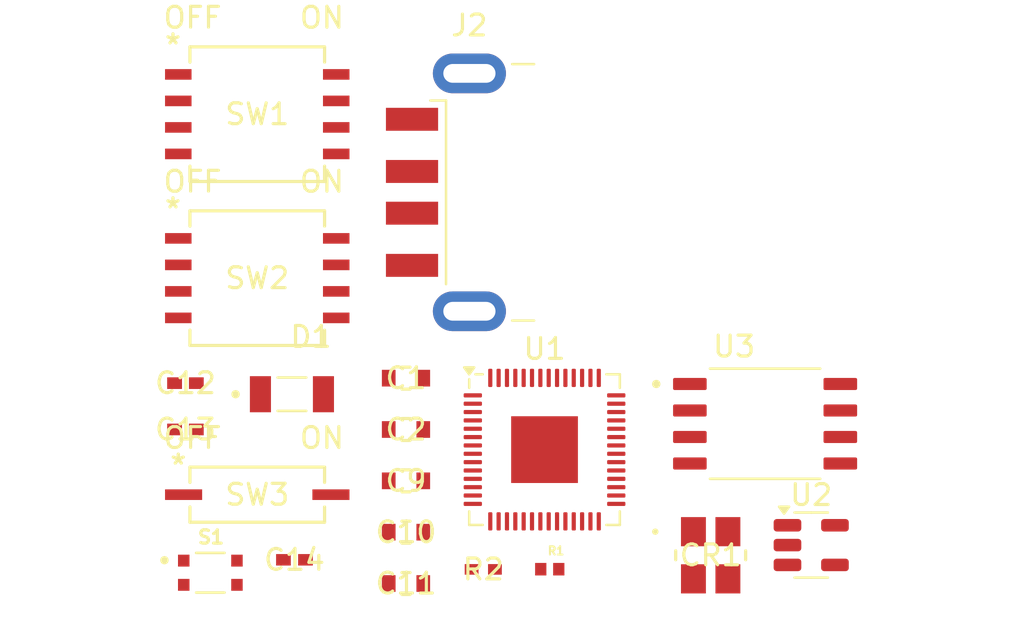
<source format=kicad_pcb>
(kicad_pcb (version 20241229) (generator "pcbnew") (generator_version "9.0")
  (layers (0 "F.Cu" signal) (2 "B.Cu" signal) (13 "F.Paste" user) (15 "B.Paste" user) (5 "F.SilkS" user "F.Silkscreen") (7 "B.SilkS" user "B.Silkscreen") (1 "F.Mask" user) (3 "B.Mask" user) (25 "Edge.Cuts" user))
  (net 0 "")
  (net 1 "Net-(U1-GPIO21)")
  (net 2 "Net-(U1-ADC_AVDD)")
  (net 3 "Net-(U1-GPIO2)")
  (net 6 "Net-(U1-XOUT)")
  (net 7 "Net-(U1-GPIO7)")
  (net 12 "Net-(U1-DVDD-Pad23)")
  (net 13 "Net-(U1-GPIO5)")
  (net 14 "Net-(U1-GPIO19)")
  (net 17 "Net-(U1-GPIO4)")
  (net 20 "Net-(U1-GPIO3)")
  (net 23 "Net-(U1-GPIO18)")
  (net 24 "Net-(U1-GPIO1)")
  (net 25 "Net-(U1-GPIO0)")
  (net 33 "Net-(U1-GPIO8)")
  (net 38 "Net-(U1-GPIO6)")
  (net 42 "Net-(U1-GPIO29_ADC3)")
  (net 44 "Net-(U1-XIN)")
  (net 45 "Net-(U1-GPIO20)")
  (net 47 "Net-(U2-EN)")
  (net 49 "Net-(C2-Pad2)")
  (net 50 "Net-(U3-GND)")
  (net 51 "Net-(S1-Pad1)")
  (net 52 "Net-(D1-Pad+)")
  (net 53 "Net-(J2-GND)")
  (net 54 "Net-(J2-VBUS)")
  (net 56 "Net-(J2-D+)")
  (net 57 "Net-(J2-D-)")
  (footprint "LHN974_RED_LED_1206:LEDC3216X120N" (layer "F.Cu") (at 154.9775 109.82)
    (property "Reference" "D1" (at 0.91 -2.75 0) (layer "F.SilkS"))
    (property "Value" "LHN974_RED_LED_1206")
    (fp_line (start -0.685 -0.8) (end 0.685 -0.8) (stroke (width 0.127)) (layer "F.SilkS"))
    (fp_line (start -0.685 0.8) (end 0.685 0.8) (stroke (width 0.127)) (layer "F.SilkS"))
    (fp_circle (center -2.7 0) (end -2.6 0) (stroke (width 0.2)) (fill no) (layer "F.SilkS"))
    (pad "+" smd rect (at -1.51 0) (size 1.01 1.73) (layers "F.Cu" "F.Mask" "F.Paste") (net 52 "Net-(D1-Pad+)"))
    (pad "-" smd rect (at 1.51 0) (size 1.01 1.73) (layers "F.Cu" "F.Mask" "F.Paste") (net 53 "Net-(J2-GND)"))
  )
  (footprint "miles:RC0402N_YAG" (layer "F.Cu") (at 164.1467 118.2142)
    (property "Reference" "R2" (at 0 0 0) (layer "F.SilkS"))
    (property "Value" "RC0402FR-0710KL")
    (pad "1" smd rect (at -0.5588 0) (size 0.6604 0.508) (layers "F.Cu" "F.Mask" "F.Paste") (net 53 "Net-(J2-GND)"))
    (pad "2" smd rect (at 0.5588 0) (size 0.6604 0.508) (layers "F.Cu" "F.Mask" "F.Paste") (net 47 "Net-(U2-EN)"))
  )
  (footprint "miles:CAP_CL10_SAM" (layer "F.Cu") (at 160.4433 111.5106)
    (property "Reference" "C2" (at 0 0 0) (layer "F.SilkS"))
    (property "Value" "CL10C220JB8NNNC")
    (fp_line (start -0.19245 0.527) (end 0.19245 0.527) (stroke (width 0.1524)) (layer "F.SilkS"))
    (fp_line (start 0.19245 -0.527) (end -0.19245 -0.527) (stroke (width 0.1524)) (layer "F.SilkS"))
    (pad "1" smd rect (at -0.8278 0) (size 0.6556 0.8) (layers "F.Cu" "F.Mask" "F.Paste") (net 6 "Net-(U1-XOUT)"))
    (pad "2" smd rect (at 0.8278 0) (size 0.6556 0.8) (layers "F.Cu" "F.Mask" "F.Paste") (net 49 "Net-(C2-Pad2)"))
  )
  (footprint "USLPT2819DT2TR:SW_USLPT2819DT2TR" (layer "F.Cu") (at 151.0675 118.375)
    (property "Reference" "S1" (at 0.032 -1.7064 0) (layer "F.SilkS") (effects (font (size 0.64 0.64))))
    (property "Value" "USLPT2819DT2TR")
    (fp_line (start -0.68 -0.95) (end 0.68 -0.95) (stroke (width 0.127)) (layer "F.SilkS"))
    (fp_line (start -0.68 0.95) (end 0.68 0.95) (stroke (width 0.127)) (layer "F.SilkS"))
    (fp_circle (center -2.2 -0.6) (end -2.1 -0.6) (stroke (width 0.2)) (fill no) (layer "F.SilkS"))
    (pad "1" smd rect (at -1.275 -0.58) (size 0.55 0.57) (layers "F.Cu" "F.Mask" "F.Paste") (net 51 "Net-(S1-Pad1)"))
    (pad "2" smd rect (at 1.275 -0.58) (size 0.55 0.57) (layers "F.Cu" "F.Mask" "F.Paste") (net 51 "Net-(S1-Pad1)"))
    (pad "3" smd rect (at -1.275 0.58) (size 0.55 0.57) (layers "F.Cu" "F.Mask" "F.Paste") (net 42 "Net-(U1-GPIO29_ADC3)"))
    (pad "4" smd rect (at 1.275 0.58) (size 0.55 0.57) (layers "F.Cu" "F.Mask" "F.Paste") (net 42 "Net-(U1-GPIO29_ADC3)"))
  )
  (footprint "Package_DFN_QFN:QFN-56-1EP_7x7mm_P0.4mm_EP3.2x3.2mm" (layer "F.Cu") (at 167.0825 112.475)
    (property "Reference" "U1" (at 0 -4.83 0) (layer "F.SilkS"))
    (property "Value" "RP2040")
    (fp_line (start -3.61 -2.96) (end -3.61 -3.37) (stroke (width 0.12)) (layer "F.SilkS"))
    (fp_line (start -3.61 3.61) (end -3.61 2.96) (stroke (width 0.12)) (layer "F.SilkS"))
    (fp_line (start -2.96 -3.61) (end -3.31 -3.61) (stroke (width 0.12)) (layer "F.SilkS"))
    (fp_line (start -2.96 3.61) (end -3.61 3.61) (stroke (width 0.12)) (layer "F.SilkS"))
    (fp_line (start 2.96 -3.61) (end 3.61 -3.61) (stroke (width 0.12)) (layer "F.SilkS"))
    (fp_line (start 2.96 3.61) (end 3.61 3.61) (stroke (width 0.12)) (layer "F.SilkS"))
    (fp_line (start 3.61 -3.61) (end 3.61 -2.96) (stroke (width 0.12)) (layer "F.SilkS"))
    (fp_line (start 3.61 3.61) (end 3.61 2.96) (stroke (width 0.12)) (layer "F.SilkS"))
    (fp_poly (pts (xy -3.61 -3.61) (xy -3.85 -3.94) (xy -3.37 -3.94)) (stroke (width 0.12)) (fill yes) (layer "F.SilkS"))
    (pad "1" smd roundrect (at -3.4375 -2.6) (size 0.875 0.2) (layers "F.Cu" "F.Mask" "F.Paste") (net 2 "Net-(U1-ADC_AVDD)"))
    (pad "2" smd roundrect (at -3.4375 -2.2) (size 0.875 0.2) (layers "F.Cu" "F.Mask" "F.Paste") (net 25 "Net-(U1-GPIO0)"))
    (pad "3" smd roundrect (at -3.4375 -1.8) (size 0.875 0.2) (layers "F.Cu" "F.Mask" "F.Paste") (net 24 "Net-(U1-GPIO1)"))
    (pad "4" smd roundrect (at -3.4375 -1.4) (size 0.875 0.2) (layers "F.Cu" "F.Mask" "F.Paste") (net 3 "Net-(U1-GPIO2)"))
    (pad "5" smd roundrect (at -3.4375 -1) (size 0.875 0.2) (layers "F.Cu" "F.Mask" "F.Paste") (net 20 "Net-(U1-GPIO3)"))
    (pad "6" smd roundrect (at -3.4375 -0.6) (size 0.875 0.2) (layers "F.Cu" "F.Mask" "F.Paste") (net 17 "Net-(U1-GPIO4)"))
    (pad "7" smd roundrect (at -3.4375 -0.2) (size 0.875 0.2) (layers "F.Cu" "F.Mask" "F.Paste") (net 13 "Net-(U1-GPIO5)"))
    (pad "8" smd roundrect (at -3.4375 0.2) (size 0.875 0.2) (layers "F.Cu" "F.Mask" "F.Paste") (net 38 "Net-(U1-GPIO6)"))
    (pad "9" smd roundrect (at -3.4375 0.6) (size 0.875 0.2) (layers "F.Cu" "F.Mask" "F.Paste") (net 7 "Net-(U1-GPIO7)"))
    (pad "10" smd roundrect (at -3.4375 1) (size 0.875 0.2) (layers "F.Cu" "F.Mask" "F.Paste") (net 2 "Net-(U1-ADC_AVDD)"))
    (pad "11" smd roundrect (at -3.4375 1.4) (size 0.875 0.2) (layers "F.Cu" "F.Mask" "F.Paste") (net 33 "Net-(U1-GPIO8)"))
    (pad "12" smd roundrect (at -3.4375 1.8) (size 0.875 0.2) (layers "F.Cu" "F.Mask" "F.Paste"))
    (pad "13" smd roundrect (at -3.4375 2.2) (size 0.875 0.2) (layers "F.Cu" "F.Mask" "F.Paste"))
    (pad "14" smd roundrect (at -3.4375 2.6) (size 0.875 0.2) (layers "F.Cu" "F.Mask" "F.Paste"))
    (pad "15" smd roundrect (at -2.6 3.4375) (size 0.2 0.875) (layers "F.Cu" "F.Mask" "F.Paste"))
    (pad "16" smd roundrect (at -2.2 3.4375) (size 0.2 0.875) (layers "F.Cu" "F.Mask" "F.Paste"))
    (pad "17" smd roundrect (at -1.8 3.4375) (size 0.2 0.875) (layers "F.Cu" "F.Mask" "F.Paste"))
    (pad "18" smd roundrect (at -1.4 3.4375) (size 0.2 0.875) (layers "F.Cu" "F.Mask" "F.Paste"))
    (pad "19" smd roundrect (at -1 3.4375) (size 0.2 0.875) (layers "F.Cu" "F.Mask" "F.Paste"))
    (pad "20" smd roundrect (at -0.6 3.4375) (size 0.2 0.875) (layers "F.Cu" "F.Mask" "F.Paste") (net 44 "Net-(U1-XIN)"))
    (pad "21" smd roundrect (at -0.2 3.4375) (size 0.2 0.875) (layers "F.Cu" "F.Mask" "F.Paste") (net 6 "Net-(U1-XOUT)"))
    (pad "22" smd roundrect (at 0.2 3.4375) (size 0.2 0.875) (layers "F.Cu" "F.Mask" "F.Paste") (net 2 "Net-(U1-ADC_AVDD)"))
    (pad "23" smd roundrect (at 0.6 3.4375) (size 0.2 0.875) (layers "F.Cu" "F.Mask" "F.Paste") (net 12 "Net-(U1-DVDD-Pad23)"))
    (pad "24" smd roundrect (at 1 3.4375) (size 0.2 0.875) (layers "F.Cu" "F.Mask" "F.Paste"))
    (pad "25" smd roundrect (at 1.4 3.4375) (size 0.2 0.875) (layers "F.Cu" "F.Mask" "F.Paste"))
    (pad "26" smd roundrect (at 1.8 3.4375) (size 0.2 0.875) (layers "F.Cu" "F.Mask" "F.Paste"))
    (pad "27" smd roundrect (at 2.2 3.4375) (size 0.2 0.875) (layers "F.Cu" "F.Mask" "F.Paste"))
    (pad "28" smd roundrect (at 2.6 3.4375) (size 0.2 0.875) (layers "F.Cu" "F.Mask" "F.Paste"))
    (pad "29" smd roundrect (at 3.4375 2.6) (size 0.875 0.2) (layers "F.Cu" "F.Mask" "F.Paste") (net 23 "Net-(U1-GPIO18)"))
    (pad "30" smd roundrect (at 3.4375 2.2) (size 0.875 0.2) (layers "F.Cu" "F.Mask" "F.Paste") (net 14 "Net-(U1-GPIO19)"))
    (pad "31" smd roundrect (at 3.4375 1.8) (size 0.875 0.2) (layers "F.Cu" "F.Mask" "F.Paste") (net 45 "Net-(U1-GPIO20)"))
    (pad "32" smd roundrect (at 3.4375 1.4) (size 0.875 0.2) (layers "F.Cu" "F.Mask" "F.Paste") (net 1 "Net-(U1-GPIO21)"))
    (pad "33" smd roundrect (at 3.4375 1) (size 0.875 0.2) (layers "F.Cu" "F.Mask" "F.Paste") (net 2 "Net-(U1-ADC_AVDD)"))
    (pad "34" smd roundrect (at 3.4375 0.6) (size 0.875 0.2) (layers "F.Cu" "F.Mask" "F.Paste"))
    (pad "35" smd roundrect (at 3.4375 0.2) (size 0.875 0.2) (layers "F.Cu" "F.Mask" "F.Paste"))
    (pad "36" smd roundrect (at 3.4375 -0.2) (size 0.875 0.2) (layers "F.Cu" "F.Mask" "F.Paste"))
    (pad "37" smd roundrect (at 3.4375 -0.6) (size 0.875 0.2) (layers "F.Cu" "F.Mask" "F.Paste"))
    (pad "38" smd roundrect (at 3.4375 -1) (size 0.875 0.2) (layers "F.Cu" "F.Mask" "F.Paste"))
    (pad "39" smd roundrect (at 3.4375 -1.4) (size 0.875 0.2) (layers "F.Cu" "F.Mask" "F.Paste"))
    (pad "40" smd roundrect (at 3.4375 -1.8) (size 0.875 0.2) (layers "F.Cu" "F.Mask" "F.Paste"))
    (pad "41" smd roundrect (at 3.4375 -2.2) (size 0.875 0.2) (layers "F.Cu" "F.Mask" "F.Paste") (net 42 "Net-(U1-GPIO29_ADC3)"))
    (pad "42" smd roundrect (at 3.4375 -2.6) (size 0.875 0.2) (layers "F.Cu" "F.Mask" "F.Paste") (net 2 "Net-(U1-ADC_AVDD)"))
    (pad "43" smd roundrect (at 2.6 -3.4375) (size 0.2 0.875) (layers "F.Cu" "F.Mask" "F.Paste") (net 2 "Net-(U1-ADC_AVDD)"))
    (pad "44" smd roundrect (at 2.2 -3.4375) (size 0.2 0.875) (layers "F.Cu" "F.Mask" "F.Paste"))
    (pad "45" smd roundrect (at 1.8 -3.4375) (size 0.2 0.875) (layers "F.Cu" "F.Mask" "F.Paste"))
    (pad "46" smd roundrect (at 1.4 -3.4375) (size 0.2 0.875) (layers "F.Cu" "F.Mask" "F.Paste") (net 57 "Net-(J2-D-)"))
    (pad "47" smd roundrect (at 1 -3.4375) (size 0.2 0.875) (layers "F.Cu" "F.Mask" "F.Paste") (net 56 "Net-(J2-D+)"))
    (pad "48" smd roundrect (at 0.6 -3.4375) (size 0.2 0.875) (layers "F.Cu" "F.Mask" "F.Paste") (net 2 "Net-(U1-ADC_AVDD)"))
    (pad "49" smd roundrect (at 0.2 -3.4375) (size 0.2 0.875) (layers "F.Cu" "F.Mask" "F.Paste") (net 2 "Net-(U1-ADC_AVDD)"))
    (pad "50" smd roundrect (at -0.2 -3.4375) (size 0.2 0.875) (layers "F.Cu" "F.Mask" "F.Paste") (net 12 "Net-(U1-DVDD-Pad23)"))
    (pad "51" smd roundrect (at -0.6 -3.4375) (size 0.2 0.875) (layers "F.Cu" "F.Mask" "F.Paste"))
    (pad "52" smd roundrect (at -1 -3.4375) (size 0.2 0.875) (layers "F.Cu" "F.Mask" "F.Paste"))
    (pad "53" smd roundrect (at -1.4 -3.4375) (size 0.2 0.875) (layers "F.Cu" "F.Mask" "F.Paste"))
    (pad "54" smd roundrect (at -1.8 -3.4375) (size 0.2 0.875) (layers "F.Cu" "F.Mask" "F.Paste"))
    (pad "55" smd roundrect (at -2.2 -3.4375) (size 0.2 0.875) (layers "F.Cu" "F.Mask" "F.Paste"))
    (pad "56" smd roundrect (at -2.6 -3.4375) (size 0.2 0.875) (layers "F.Cu" "F.Mask" "F.Paste"))
    (pad "57" smd rect (at 0 0) (size 3.2 3.2) (property pad_prop_heatsink) (layers "F.Cu" "F.Mask") (net 53 "Net-(J2-GND)"))
  )
  (footprint "miles:CAP_CL10_SAM" (layer "F.Cu") (at 160.4433 113.971)
    (property "Reference" "C9" (at 0 0 0) (layer "F.SilkS"))
    (property "Value" "CL10B104KO8NNNC")
    (fp_line (start -0.19245 0.527) (end 0.19245 0.527) (stroke (width 0.1524)) (layer "F.SilkS"))
    (fp_line (start 0.19245 -0.527) (end -0.19245 -0.527) (stroke (width 0.1524)) (layer "F.SilkS"))
    (pad "1" smd rect (at -0.8278 0) (size 0.6556 0.8) (layers "F.Cu" "F.Mask" "F.Paste") (net 50 "Net-(U3-GND)"))
    (pad "2" smd rect (at 0.8278 0) (size 0.6556 0.8) (layers "F.Cu" "F.Mask" "F.Paste") (net 2 "Net-(U1-ADC_AVDD)"))
  )
  (footprint "miles:CAP_GRM_155_MUR" (layer "F.Cu") (at 149.874 111.5088)
    (property "Reference" "C13" (at 0 0 0) (layer "F.SilkS"))
    (property "Value" "GRM155R71C104KA88D")
    (pad "1" smd rect (at -0.5207 0) (size 0.7112 0.5588) (layers "F.Cu" "F.Mask" "F.Paste") (net 2 "Net-(U1-ADC_AVDD)"))
    (pad "2" smd rect (at 0.5207 0) (size 0.7112 0.5588) (layers "F.Cu" "F.Mask" "F.Paste") (net 53 "Net-(J2-GND)"))
  )
  (footprint "miles:CAP_CL10_SAM" (layer "F.Cu") (at 160.4433 109.0502)
    (property "Reference" "C1" (at 0 0 0) (layer "F.SilkS"))
    (property "Value" "CL10C220JB8NNNC")
    (fp_line (start -0.19245 0.527) (end 0.19245 0.527) (stroke (width 0.1524)) (layer "F.SilkS"))
    (fp_line (start 0.19245 -0.527) (end -0.19245 -0.527) (stroke (width 0.1524)) (layer "F.SilkS"))
    (pad "1" smd rect (at -0.8278 0) (size 0.6556 0.8) (layers "F.Cu" "F.Mask" "F.Paste") (net 44 "Net-(U1-XIN)"))
    (pad "2" smd rect (at 0.8278 0) (size 0.6556 0.8) (layers "F.Cu" "F.Mask" "F.Paste") (net 53 "Net-(J2-GND)"))
  )
  (footprint "RC0402FR-07330RL:RESC1005X40N" (layer "F.Cu") (at 167.3325 118.205)
    (property "Reference" "R1" (at 0.3 -0.88 0) (layer "F.SilkS") (effects (font (size 0.393701 0.393701))))
    (property "Value" "RC0402FR-07330RL")
    (pad "1" smd rect (at -0.432 0) (size 0.54 0.6) (layers "F.Cu" "F.Mask" "F.Paste") (net 52 "Net-(D1-Pad+)"))
    (pad "2" smd rect (at 0.432 0) (size 0.54 0.6) (layers "F.Cu" "F.Mask" "F.Paste") (net 2 "Net-(U1-ADC_AVDD)"))
  )
  (footprint "miles:TDA04H0SB1_CNK" (layer "F.Cu") (at 153.3157 96.399)
    (property "Reference" "SW1" (at 0 0 0) (layer "F.SilkS"))
    (property "Value" "TDA04H0SB1")
    (fp_line (start -3.2258 -3.2258) (end -3.2258 -2.49174) (stroke (width 0.1524)) (layer "F.SilkS"))
    (fp_line (start -3.2258 2.49174) (end -3.2258 3.2258) (stroke (width 0.1524)) (layer "F.SilkS"))
    (fp_line (start -3.2258 3.2258) (end 3.2258 3.2258) (stroke (width 0.1524)) (layer "F.SilkS"))
    (fp_line (start 3.2258 -3.2258) (end -3.2258 -3.2258) (stroke (width 0.1524)) (layer "F.SilkS"))
    (fp_line (start 3.2258 -2.49174) (end 3.2258 -3.2258) (stroke (width 0.1524)) (layer "F.SilkS"))
    (fp_line (start 3.2258 3.2258) (end 3.2258 2.49174) (stroke (width 0.1524)) (layer "F.SilkS"))
    (fp_text user "OFF" (at -3.0988 -4.6228 0) (layer "F.SilkS"))
    (fp_text user "*" (at -4.0386 -3.302 0) (layer "F.SilkS"))
    (fp_text user "*" (at -4.0386 -3.302 0) (layer "F.SilkS"))
    (fp_text user "ON" (at 3.0988 -4.6228 0) (layer "F.SilkS"))
    (pad "1" smd rect (at -3.7846 -1.905) (size 1.27 0.508) (layers "F.Cu" "F.Mask" "F.Paste") (net 25 "Net-(U1-GPIO0)"))
    (pad "2" smd rect (at -3.7846 -0.635) (size 1.27 0.508) (layers "F.Cu" "F.Mask" "F.Paste") (net 24 "Net-(U1-GPIO1)"))
    (pad "3" smd rect (at -3.7846 0.635) (size 1.27 0.508) (layers "F.Cu" "F.Mask" "F.Paste") (net 3 "Net-(U1-GPIO2)"))
    (pad "4" smd rect (at -3.7846 1.905) (size 1.27 0.508) (layers "F.Cu" "F.Mask" "F.Paste") (net 20 "Net-(U1-GPIO3)"))
    (pad "5" smd rect (at 3.7846 1.905) (size 1.27 0.508) (layers "F.Cu" "F.Mask" "F.Paste") (net 51 "Net-(S1-Pad1)"))
    (pad "6" smd rect (at 3.7846 0.635) (size 1.27 0.508) (layers "F.Cu" "F.Mask" "F.Paste") (net 51 "Net-(S1-Pad1)"))
    (pad "7" smd rect (at 3.7846 -0.635) (size 1.27 0.508) (layers "F.Cu" "F.Mask" "F.Paste") (net 51 "Net-(S1-Pad1)"))
    (pad "8" smd rect (at 3.7846 -1.905) (size 1.27 0.508) (layers "F.Cu" "F.Mask" "F.Paste") (net 51 "Net-(S1-Pad1)"))
  )
  (footprint "Connector_USB:USB_A_CNCTech_1001-011-01101_Horizontal" (layer "F.Cu") (at 170.3825 100.145)
    (property "Reference" "J2" (at -6.9 -8 0) (layer "F.SilkS"))
    (property "Value" "USB_A")
    (fp_line (start -8.02 -4.4) (end -8.775 -4.4) (stroke (width 0.12)) (layer "F.SilkS"))
    (fp_line (start -8.02 -4.4) (end -8.02 4.4) (stroke (width 0.12)) (layer "F.SilkS"))
    (fp_line (start -4.85 -6.145) (end -3.8 -6.145) (stroke (width 0.12)) (layer "F.SilkS"))
    (fp_line (start -4.85 6.145) (end -3.8 6.145) (stroke (width 0.12)) (layer "F.SilkS"))
    (pad "" np_thru_hole circle (at -6.9 -2.3) (size 1.1 1.1) (drill 1.1) (layers "*.Cu" "*.Mask"))
    (pad "" np_thru_hole circle (at -6.9 2.3) (size 1.1 1.1) (drill 1.1) (layers "*.Cu" "*.Mask"))
    (pad "1" smd rect (at -9.65 -3.5) (size 2.5 1.1) (layers "F.Cu" "F.Mask" "F.Paste") (net 54 "Net-(J2-VBUS)"))
    (pad "2" smd rect (at -9.65 -1) (size 2.5 1.1) (layers "F.Cu" "F.Mask" "F.Paste") (net 57 "Net-(J2-D-)"))
    (pad "3" smd rect (at -9.65 1) (size 2.5 1.1) (layers "F.Cu" "F.Mask" "F.Paste") (net 56 "Net-(J2-D+)"))
    (pad "4" smd rect (at -9.65 3.5) (size 2.5 1.1) (layers "F.Cu" "F.Mask" "F.Paste") (net 53 "Net-(J2-GND)"))
    (pad "5" thru_hole oval (at -6.9 -5.7) (size 3.5 1.9) (drill oval 2.5 0.9) (property pad_prop_heatsink) (layers "*.Cu" "*.Mask"))
    (pad "5" thru_hole oval (at -6.9 5.7) (size 3.5 1.9) (drill oval 2.5 0.9) (property pad_prop_heatsink) (layers "*.Cu" "*.Mask"))
  )
  (footprint "miles:CAP_chip2_1X0p5_MUR" (layer "F.Cu") (at 155.0983 117.7552)
    (property "Reference" "C14" (at 0 0 0) (layer "F.SilkS"))
    (property "Value" "GRM155R61A105KE15D")
    (pad "1" smd rect (at -0.5278 0) (size 0.7056 0.55) (layers "F.Cu" "F.Mask" "F.Paste") (net 2 "Net-(U1-ADC_AVDD)"))
    (pad "2" smd rect (at 0.5278 0) (size 0.7056 0.55) (layers "F.Cu" "F.Mask" "F.Paste") (net 53 "Net-(J2-GND)"))
  )
  (footprint "W25Q128JVSIQ:SOIC127P790X216-8N" (layer "F.Cu") (at 177.6525 111.235)
    (property "Reference" "U3" (at -1.485 -3.702 0) (layer "F.SilkS"))
    (property "Value" "W25Q128JVSIQ")
    (fp_line (start -2.64 -2.64) (end 2.64 -2.64) (stroke (width 0.127)) (layer "F.SilkS"))
    (fp_line (start -2.64 2.64) (end 2.64 2.64) (stroke (width 0.127)) (layer "F.SilkS"))
    (fp_circle (center -5.215 -1.905) (end -5.115 -1.905) (stroke (width 0.2)) (fill no) (layer "F.SilkS"))
    (pad "1" smd roundrect (at -3.605 -1.905) (size 1.61 0.58) (layers "F.Cu" "F.Mask" "F.Paste") (roundrect_rratio 0.125) (net 1 "Net-(U1-GPIO21)"))
    (pad "2" smd roundrect (at -3.605 -0.635) (size 1.61 0.58) (layers "F.Cu" "F.Mask" "F.Paste") (roundrect_rratio 0.125) (net 45 "Net-(U1-GPIO20)"))
    (pad "3" smd roundrect (at -3.605 0.635) (size 1.61 0.58) (layers "F.Cu" "F.Mask" "F.Paste") (roundrect_rratio 0.125) (net 2 "Net-(U1-ADC_AVDD)"))
    (pad "4" smd roundrect (at -3.605 1.905) (size 1.61 0.58) (layers "F.Cu" "F.Mask" "F.Paste") (roundrect_rratio 0.125) (net 50 "Net-(U3-GND)"))
    (pad "5" smd roundrect (at 3.605 1.905) (size 1.61 0.58) (layers "F.Cu" "F.Mask" "F.Paste") (roundrect_rratio 0.125) (net 14 "Net-(U1-GPIO19)"))
    (pad "6" smd roundrect (at 3.605 0.635) (size 1.61 0.58) (layers "F.Cu" "F.Mask" "F.Paste") (roundrect_rratio 0.125) (net 23 "Net-(U1-GPIO18)"))
    (pad "7" smd roundrect (at 3.605 -0.635) (size 1.61 0.58) (layers "F.Cu" "F.Mask" "F.Paste") (roundrect_rratio 0.125) (net 2 "Net-(U1-ADC_AVDD)"))
    (pad "8" smd roundrect (at 3.605 -1.905) (size 1.61 0.58) (layers "F.Cu" "F.Mask" "F.Paste") (roundrect_rratio 0.125) (net 2 "Net-(U1-ADC_AVDD)"))
  )
  (footprint "miles:CAP_GRM_155_MUR" (layer "F.Cu") (at 149.874 109.2896)
    (property "Reference" "C12" (at 0 0 0) (layer "F.SilkS"))
    (property "Value" "GRM155R71C104KA88D")
    (pad "1" smd rect (at -0.5207 0) (size 0.7112 0.5588) (layers "F.Cu" "F.Mask" "F.Paste") (net 2 "Net-(U1-ADC_AVDD)"))
    (pad "2" smd rect (at 0.5207 0) (size 0.7112 0.5588) (layers "F.Cu" "F.Mask" "F.Paste") (net 53 "Net-(J2-GND)"))
  )
  (footprint "miles:CRYSTAL_TXC_7M" (layer "F.Cu") (at 175.0442 117.5376)
    (property "Reference" "CR1" (at 0 0 0) (layer "F.SilkS"))
    (property "Value" "7M-12.000MAAJ-T")
    (fp_line (start -1.6764 -0.216858) (end -1.6764 0.216858) (stroke (width 0.1524)) (layer "F.SilkS"))
    (fp_line (start 1.6764 0.216858) (end 1.6764 -0.216858) (stroke (width 0.1524)) (layer "F.SilkS"))
    (fp_circle (center -2.6543 -1.1303) (end -2.5781 -1.1303) (stroke (width 0.1524)) (fill no) (layer "F.SilkS"))
    (pad "1" smd rect (at -0.8255 -1.1303) (size 1.1938 1.397) (layers "F.Cu" "F.Mask") (net 44 "Net-(U1-XIN)"))
    (pad "2" smd rect (at -0.8255 1.1303) (size 1.1938 1.397) (layers "F.Cu" "F.Mask") (net 53 "Net-(J2-GND)"))
    (pad "3" smd rect (at 0.8255 1.1303) (size 1.1938 1.397) (layers "F.Cu" "F.Mask") (net 6 "Net-(U1-XOUT)"))
    (pad "4" smd rect (at 0.8255 -1.1303) (size 1.1938 1.397) (layers "F.Cu" "F.Mask") (net 49 "Net-(C2-Pad2)"))
  )
  (footprint "Package_TO_SOT_SMD:SOT-23-5" (layer "F.Cu") (at 179.8625 117.05)
    (property "Reference" "U2" (at 0 -2.4 0) (layer "F.SilkS"))
    (property "Value" "AP2112K-3.3")
    (fp_line (start 0 -1.56) (end -0.8 -1.56) (stroke (width 0.12)) (layer "F.SilkS"))
    (fp_line (start 0 -1.56) (end 0.8 -1.56) (stroke (width 0.12)) (layer "F.SilkS"))
    (fp_line (start 0 1.56) (end -0.8 1.56) (stroke (width 0.12)) (layer "F.SilkS"))
    (fp_line (start 0 1.56) (end 0.8 1.56) (stroke (width 0.12)) (layer "F.SilkS"))
    (fp_poly (pts (xy -1.3 -1.51) (xy -1.54 -1.84) (xy -1.06 -1.84)) (stroke (width 0.12)) (fill yes) (layer "F.SilkS"))
    (pad "1" smd roundrect (at -1.1375 -0.95) (size 1.325 0.6) (layers "F.Cu" "F.Mask" "F.Paste") (net 54 "Net-(J2-VBUS)"))
    (pad "2" smd roundrect (at -1.1375 0) (size 1.325 0.6) (layers "F.Cu" "F.Mask" "F.Paste") (net 53 "Net-(J2-GND)"))
    (pad "3" smd roundrect (at -1.1375 0.95) (size 1.325 0.6) (layers "F.Cu" "F.Mask" "F.Paste") (net 47 "Net-(U2-EN)"))
    (pad "4" smd roundrect (at 1.1375 0.95) (size 1.325 0.6) (layers "F.Cu" "F.Mask" "F.Paste"))
    (pad "5" smd roundrect (at 1.1375 -0.95) (size 1.325 0.6) (layers "F.Cu" "F.Mask" "F.Paste") (net 2 "Net-(U1-ADC_AVDD)"))
  )
  (footprint "miles:CAP_CL10_SAM" (layer "F.Cu") (at 160.4433 118.8918)
    (property "Reference" "C11" (at 0 0 0) (layer "F.SilkS"))
    (property "Value" "CL10A106MP8NNNC")
    (fp_line (start -0.19245 0.527) (end 0.19245 0.527) (stroke (width 0.1524)) (layer "F.SilkS"))
    (fp_line (start 0.19245 -0.527) (end -0.19245 -0.527) (stroke (width 0.1524)) (layer "F.SilkS"))
    (pad "1" smd rect (at -0.8278 0) (size 0.6556 0.8) (layers "F.Cu" "F.Mask" "F.Paste") (net 2 "Net-(U1-ADC_AVDD)"))
    (pad "2" smd rect (at 0.8278 0) (size 0.6556 0.8) (layers "F.Cu" "F.Mask" "F.Paste") (net 53 "Net-(J2-GND)"))
  )
  (footprint "miles:CAP_CL10_SAM" (layer "F.Cu") (at 160.4433 116.4314)
    (property "Reference" "C10" (at 0 0 0) (layer "F.SilkS"))
    (property "Value" "CL10A105KA8NNNC")
    (fp_line (start -0.19245 0.527) (end 0.19245 0.527) (stroke (width 0.1524)) (layer "F.SilkS"))
    (fp_line (start 0.19245 -0.527) (end -0.19245 -0.527) (stroke (width 0.1524)) (layer "F.SilkS"))
    (pad "1" smd rect (at -0.8278 0) (size 0.6556 0.8) (layers "F.Cu" "F.Mask" "F.Paste") (net 53 "Net-(J2-GND)"))
    (pad "2" smd rect (at 0.8278 0) (size 0.6556 0.8) (layers "F.Cu" "F.Mask" "F.Paste") (net 54 "Net-(J2-VBUS)"))
  )
  (footprint "miles:SWITCH_0SB1R" (layer "F.Cu") (at 153.3157 114.634)
    (property "Reference" "SW3" (at 0 0 0) (layer "F.SilkS"))
    (property "Value" "TDA01H0SB1R")
    (fp_line (start -3.2258 -1.3208) (end -3.2258 -0.58674) (stroke (width 0.1524)) (layer "F.SilkS"))
    (fp_line (start -3.2258 0.58674) (end -3.2258 1.3208) (stroke (width 0.1524)) (layer "F.SilkS"))
    (fp_line (start -3.2258 1.3208) (end 3.2258 1.3208) (stroke (width 0.1524)) (layer "F.SilkS"))
    (fp_line (start 3.2258 -1.3208) (end -3.2258 -1.3208) (stroke (width 0.1524)) (layer "F.SilkS"))
    (fp_line (start 3.2258 -0.58674) (end 3.2258 -1.3208) (stroke (width 0.1524)) (layer "F.SilkS"))
    (fp_line (start 3.2258 1.3208) (end 3.2258 0.58674) (stroke (width 0.1524)) (layer "F.SilkS"))
    (fp_text user "OFF" (at -3.0988 -2.7178 0) (layer "F.SilkS"))
    (fp_text user "*" (at -3.7846 -1.397 0) (layer "F.SilkS"))
    (fp_text user "*" (at -3.7846 -1.397 0) (layer "F.SilkS"))
    (fp_text user "ON" (at 3.0988 -2.7178 0) (layer "F.SilkS"))
    (pad "1" smd rect (at -3.5306 0) (size 1.778 0.508) (layers "F.Cu" "F.Mask" "F.Paste") (net 33 "Net-(U1-GPIO8)"))
    (pad "2" smd rect (at 3.5306 0) (size 1.778 0.508) (layers "F.Cu" "F.Mask" "F.Paste") (net 51 "Net-(S1-Pad1)"))
  )
  (footprint "miles:TDA04H0SB1_CNK" (layer "F.Cu") (at 153.3157 104.257)
    (property "Reference" "SW2" (at 0 0 0) (layer "F.SilkS"))
    (property "Value" "TDA04H0SB1")
    (fp_line (start -3.2258 -3.2258) (end -3.2258 -2.49174) (stroke (width 0.1524)) (layer "F.SilkS"))
    (fp_line (start -3.2258 2.49174) (end -3.2258 3.2258) (stroke (width 0.1524)) (layer "F.SilkS"))
    (fp_line (start -3.2258 3.2258) (end 3.2258 3.2258) (stroke (width 0.1524)) (layer "F.SilkS"))
    (fp_line (start 3.2258 -3.2258) (end -3.2258 -3.2258) (stroke (width 0.1524)) (layer "F.SilkS"))
    (fp_line (start 3.2258 -2.49174) (end 3.2258 -3.2258) (stroke (width 0.1524)) (layer "F.SilkS"))
    (fp_line (start 3.2258 3.2258) (end 3.2258 2.49174) (stroke (width 0.1524)) (layer "F.SilkS"))
    (fp_text user "OFF" (at -3.0988 -4.6228 0) (layer "F.SilkS"))
    (fp_text user "ON" (at 3.0988 -4.6228 0) (layer "F.SilkS"))
    (fp_text user "*" (at -4.0386 -3.302 0) (layer "F.SilkS"))
    (fp_text user "*" (at -4.0386 -3.302 0) (layer "F.SilkS"))
    (pad "1" smd rect (at -3.7846 -1.905) (size 1.27 0.508) (layers "F.Cu" "F.Mask" "F.Paste") (net 17 "Net-(U1-GPIO4)"))
    (pad "2" smd rect (at -3.7846 -0.635) (size 1.27 0.508) (layers "F.Cu" "F.Mask" "F.Paste") (net 13 "Net-(U1-GPIO5)"))
    (pad "3" smd rect (at -3.7846 0.635) (size 1.27 0.508) (layers "F.Cu" "F.Mask" "F.Paste") (net 38 "Net-(U1-GPIO6)"))
    (pad "4" smd rect (at -3.7846 1.905) (size 1.27 0.508) (layers "F.Cu" "F.Mask" "F.Paste") (net 7 "Net-(U1-GPIO7)"))
    (pad "5" smd rect (at 3.7846 1.905) (size 1.27 0.508) (layers "F.Cu" "F.Mask" "F.Paste") (net 51 "Net-(S1-Pad1)"))
    (pad "6" smd rect (at 3.7846 0.635) (size 1.27 0.508) (layers "F.Cu" "F.Mask" "F.Paste") (net 51 "Net-(S1-Pad1)"))
    (pad "7" smd rect (at 3.7846 -0.635) (size 1.27 0.508) (layers "F.Cu" "F.Mask" "F.Paste") (net 51 "Net-(S1-Pad1)"))
    (pad "8" smd rect (at 3.7846 -1.905) (size 1.27 0.508) (layers "F.Cu" "F.Mask" "F.Paste") (net 51 "Net-(S1-Pad1)"))
  )
)
</source>
